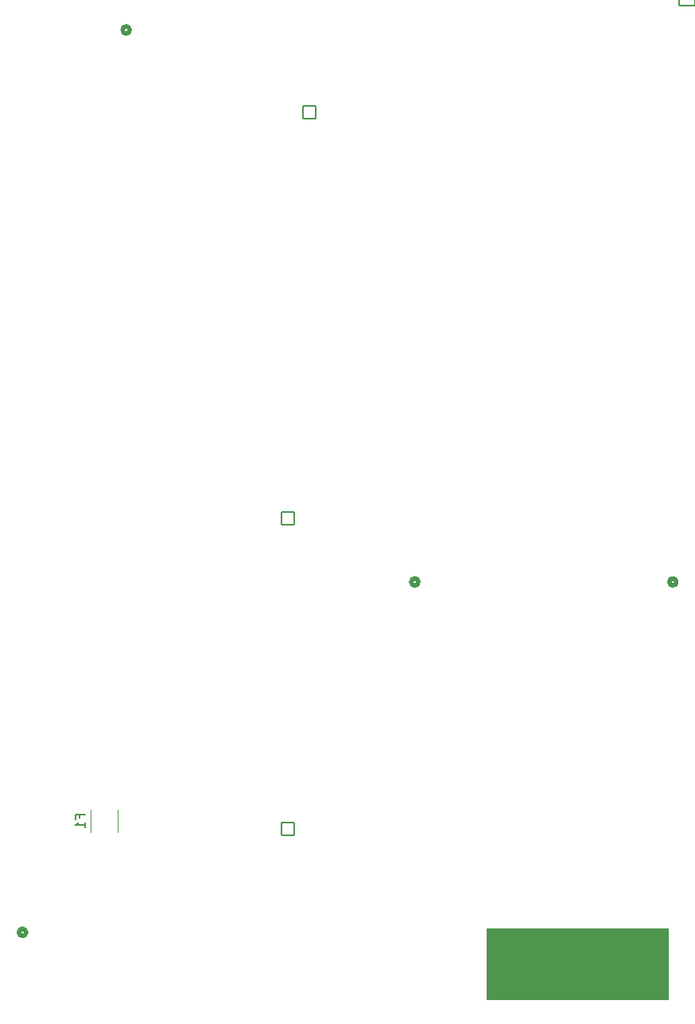
<source format=gbo>
%TF.GenerationSoftware,KiCad,Pcbnew,8.0.4*%
%TF.CreationDate,2025-01-12T00:12:45-05:00*%
%TF.ProjectId,X17_Backplane,5831375f-4261-4636-9b70-6c616e652e6b,rev?*%
%TF.SameCoordinates,Original*%
%TF.FileFunction,Legend,Bot*%
%TF.FilePolarity,Positive*%
%FSLAX46Y46*%
G04 Gerber Fmt 4.6, Leading zero omitted, Abs format (unit mm)*
G04 Created by KiCad (PCBNEW 8.0.4) date 2025-01-12 00:12:45*
%MOMM*%
%LPD*%
G01*
G04 APERTURE LIST*
G04 Aperture macros list*
%AMRoundRect*
0 Rectangle with rounded corners*
0 $1 Rounding radius*
0 $2 $3 $4 $5 $6 $7 $8 $9 X,Y pos of 4 corners*
0 Add a 4 corners polygon primitive as box body*
4,1,4,$2,$3,$4,$5,$6,$7,$8,$9,$2,$3,0*
0 Add four circle primitives for the rounded corners*
1,1,$1+$1,$2,$3*
1,1,$1+$1,$4,$5*
1,1,$1+$1,$6,$7*
1,1,$1+$1,$8,$9*
0 Add four rect primitives between the rounded corners*
20,1,$1+$1,$2,$3,$4,$5,0*
20,1,$1+$1,$4,$5,$6,$7,0*
20,1,$1+$1,$6,$7,$8,$9,0*
20,1,$1+$1,$8,$9,$2,$3,0*%
G04 Aperture macros list end*
%ADD10C,0.100000*%
%ADD11C,0.150000*%
%ADD12C,0.508000*%
%ADD13C,0.120000*%
%ADD14R,1.700000X1.700000*%
%ADD15O,1.700000X1.700000*%
%ADD16C,3.200000*%
%ADD17RoundRect,0.102000X-0.765000X0.765000X-0.765000X-0.765000X0.765000X-0.765000X0.765000X0.765000X0*%
%ADD18C,1.734000*%
%ADD19C,2.032000*%
%ADD20C,1.020000*%
%ADD21R,1.520000X1.520000*%
%ADD22C,1.520000*%
%ADD23RoundRect,0.102000X0.825000X0.825000X-0.825000X0.825000X-0.825000X-0.825000X0.825000X-0.825000X0*%
%ADD24C,1.854000*%
%ADD25C,1.270000*%
%ADD26C,1.594000*%
%ADD27RoundRect,0.102000X-0.695000X0.695000X-0.695000X-0.695000X0.695000X-0.695000X0.695000X0.695000X0*%
%ADD28RoundRect,0.102000X0.695000X-0.695000X0.695000X0.695000X-0.695000X0.695000X-0.695000X-0.695000X0*%
%ADD29C,3.810000*%
%ADD30R,3.150000X1.960000*%
G04 APERTURE END LIST*
D10*
X150075000Y-143100000D02*
X169325000Y-143100000D01*
X169325000Y-150600000D01*
X150075000Y-150600000D01*
X150075000Y-143100000D01*
G36*
X150075000Y-143100000D02*
G01*
X169325000Y-143100000D01*
X169325000Y-150600000D01*
X150075000Y-150600000D01*
X150075000Y-143100000D01*
G37*
D11*
X106731009Y-131311666D02*
X106731009Y-130978333D01*
X107254819Y-130978333D02*
X106254819Y-130978333D01*
X106254819Y-130978333D02*
X106254819Y-131454523D01*
X107254819Y-132359285D02*
X107254819Y-131787857D01*
X107254819Y-132073571D02*
X106254819Y-132073571D01*
X106254819Y-132073571D02*
X106397676Y-131978333D01*
X106397676Y-131978333D02*
X106492914Y-131883095D01*
X106492914Y-131883095D02*
X106540533Y-131787857D01*
D12*
%TO.C,U4*%
X112049000Y-47550000D02*
G75*
G02*
X111287000Y-47550000I-381000J0D01*
G01*
X111287000Y-47550000D02*
G75*
G02*
X112049000Y-47550000I381000J0D01*
G01*
%TO.C,U1*%
X101012400Y-143500000D02*
G75*
G02*
X100250400Y-143500000I-381000J0D01*
G01*
X100250400Y-143500000D02*
G75*
G02*
X101012400Y-143500000I381000J0D01*
G01*
%TO.C,J19*%
X142781000Y-106243601D02*
G75*
G02*
X142019000Y-106243601I-381000J0D01*
G01*
X142019000Y-106243601D02*
G75*
G02*
X142781000Y-106243601I381000J0D01*
G01*
X170251901Y-106243601D02*
G75*
G02*
X169489901Y-106243601I-381000J0D01*
G01*
X169489901Y-106243601D02*
G75*
G02*
X170251901Y-106243601I381000J0D01*
G01*
D13*
%TO.C,F1*%
X107845000Y-132860000D02*
X107845000Y-130430000D01*
X110755000Y-132860000D02*
X110755000Y-130430000D01*
%TD*%
%LPC*%
D14*
%TO.C,J11*%
X147200000Y-145575000D03*
D15*
X147200000Y-143035000D03*
%TD*%
D16*
%TO.C,J14*%
X101000000Y-56080000D03*
X101000000Y-133840000D03*
D17*
X95000000Y-103670000D03*
D18*
X95000000Y-101130000D03*
X95000000Y-98590000D03*
X95000000Y-96050000D03*
X95000000Y-93510000D03*
X95000000Y-90970000D03*
X95000000Y-88430000D03*
X95000000Y-85890000D03*
X97540000Y-103670000D03*
X97540000Y-101130000D03*
X97540000Y-98590000D03*
X97540000Y-96050000D03*
X97540000Y-93510000D03*
X97540000Y-90970000D03*
X97540000Y-88430000D03*
X97540000Y-85890000D03*
X100080000Y-103670000D03*
X100080000Y-101130000D03*
X100080000Y-98590000D03*
X100080000Y-96050000D03*
X100080000Y-93510000D03*
X100080000Y-90970000D03*
X100080000Y-88430000D03*
X100080000Y-85890000D03*
X106000000Y-125340000D03*
X103500000Y-125340000D03*
X101000000Y-125340000D03*
X98500000Y-125340000D03*
X96000000Y-125340000D03*
X106000000Y-128340000D03*
X103500000Y-128340000D03*
X101000000Y-128340000D03*
X98500000Y-128340000D03*
X96000000Y-128340000D03*
X106000000Y-119840000D03*
X103500000Y-119840000D03*
X101000000Y-119840000D03*
X98500000Y-119840000D03*
X96000000Y-119840000D03*
X106000000Y-122840000D03*
X103500000Y-122840000D03*
X101000000Y-122840000D03*
X98500000Y-122840000D03*
X96000000Y-122840000D03*
X106000000Y-114340000D03*
X103500000Y-114340000D03*
X101000000Y-114340000D03*
X98500000Y-114340000D03*
X96000000Y-114340000D03*
X106000000Y-117340000D03*
X103500000Y-117340000D03*
X101000000Y-117340000D03*
X98500000Y-117340000D03*
X96000000Y-117340000D03*
X106000000Y-108840000D03*
X103500000Y-108840000D03*
X101000000Y-108840000D03*
X98500000Y-108840000D03*
X96000000Y-108840000D03*
X106000000Y-111840000D03*
X103500000Y-111840000D03*
X101000000Y-111840000D03*
X98500000Y-111840000D03*
X96000000Y-111840000D03*
X106000000Y-78080000D03*
X103500000Y-78080000D03*
X101000000Y-78080000D03*
X98500000Y-78080000D03*
X96000000Y-78080000D03*
X106000000Y-81080000D03*
X103500000Y-81080000D03*
X101000000Y-81080000D03*
X98500000Y-81080000D03*
X96000000Y-81080000D03*
X106000000Y-72580000D03*
X103500000Y-72580000D03*
X101000000Y-72580000D03*
X98500000Y-72580000D03*
X96000000Y-72580000D03*
X106000000Y-75580000D03*
X103500000Y-75580000D03*
X101000000Y-75580000D03*
X98500000Y-75580000D03*
X96000000Y-75580000D03*
X106000000Y-67080000D03*
X103500000Y-67080000D03*
X101000000Y-67080000D03*
X98500000Y-67080000D03*
X96000000Y-67080000D03*
X106000000Y-70080000D03*
X103500000Y-70080000D03*
X101000000Y-70080000D03*
X98500000Y-70080000D03*
X96000000Y-70080000D03*
X106000000Y-61580000D03*
X103500000Y-61580000D03*
X101000000Y-61580000D03*
X98500000Y-61580000D03*
X96000000Y-61580000D03*
X106000000Y-64580000D03*
X103500000Y-64580000D03*
X101000000Y-64580000D03*
X98500000Y-64580000D03*
X96000000Y-64580000D03*
%TD*%
D19*
%TO.C,U4*%
X114970000Y-47550000D03*
X120050000Y-47550000D03*
X125130000Y-47550000D03*
%TD*%
D20*
%TO.C,J8*%
X124699979Y-121340000D03*
X112700003Y-121340000D03*
D21*
X115700002Y-117400000D03*
D22*
X118700001Y-117400000D03*
X121700000Y-117400000D03*
X115700002Y-120399999D03*
X118700001Y-120399999D03*
X121700000Y-120399999D03*
%TD*%
D14*
%TO.C,J6*%
X156625000Y-132000000D03*
D15*
X159165000Y-132000000D03*
%TD*%
D14*
%TO.C,J5*%
X108450000Y-47100000D03*
%TD*%
D20*
%TO.C,J18*%
X155475000Y-141760341D03*
X155475000Y-135760353D03*
D21*
X159415000Y-138760352D03*
D22*
X156415001Y-138760352D03*
%TD*%
D23*
%TO.C,U3*%
X171400000Y-44100000D03*
D24*
X168900000Y-44100000D03*
X166400000Y-44100000D03*
X163900000Y-44100000D03*
X161400000Y-44100000D03*
X158900000Y-44100000D03*
X156400000Y-44100000D03*
X153900000Y-44100000D03*
%TD*%
D14*
%TO.C,J4*%
X132435000Y-43175001D03*
D15*
X134975000Y-43175001D03*
X137515000Y-43175001D03*
X140055000Y-43175001D03*
X142595000Y-43175001D03*
X145135000Y-43175001D03*
X147675000Y-43175001D03*
%TD*%
D19*
%TO.C,U1*%
X103933400Y-143500000D03*
X109013400Y-143500000D03*
X114093400Y-143500000D03*
X119173400Y-143500000D03*
X124253400Y-143500000D03*
X129333400Y-143500000D03*
%TD*%
D25*
%TO.C,J19*%
X142400000Y-109000001D03*
X140399999Y-109000001D03*
X142400000Y-111000000D03*
X140399999Y-111000000D03*
X142400000Y-113000001D03*
X140399999Y-113000001D03*
X142400000Y-115000002D03*
X140399999Y-115000002D03*
X142400000Y-117000000D03*
X140399999Y-117000000D03*
X169870901Y-109000001D03*
X167870900Y-109000001D03*
X169870901Y-111000000D03*
X167870900Y-111000000D03*
X169870901Y-113000001D03*
X167870900Y-113000001D03*
X169870901Y-115000002D03*
X167870900Y-115000002D03*
X169870901Y-117000000D03*
X167870900Y-117000000D03*
%TD*%
D26*
%TO.C,J3*%
X179425000Y-89320000D03*
X176885000Y-89320000D03*
X179425000Y-91860000D03*
X176885000Y-91860000D03*
X179425000Y-94400000D03*
X176885000Y-94400000D03*
X179425000Y-96940000D03*
X176885000Y-96940000D03*
X179425000Y-99480000D03*
D27*
X176885000Y-99480000D03*
D26*
X179450000Y-129980000D03*
X179450000Y-132520000D03*
D27*
X176910000Y-132520000D03*
D28*
X179200000Y-56320000D03*
D26*
X176660000Y-56320000D03*
X179200000Y-58860000D03*
X176660000Y-58860000D03*
X179200000Y-61400000D03*
X176660000Y-61400000D03*
X179200000Y-63940000D03*
X176660000Y-63940000D03*
X179200000Y-66480000D03*
X176660000Y-66480000D03*
X176910000Y-129980000D03*
X179450000Y-127440000D03*
X176910000Y-127440000D03*
X179450000Y-124900000D03*
X176910000Y-124900000D03*
X179450000Y-122360000D03*
X176910000Y-122360000D03*
%TD*%
%TO.C,J2*%
X131425000Y-89320000D03*
X128885000Y-89320000D03*
X131425000Y-91860000D03*
X128885000Y-91860000D03*
X131425000Y-94400000D03*
X128885000Y-94400000D03*
X131425000Y-96940000D03*
X128885000Y-96940000D03*
X131425000Y-99480000D03*
D27*
X128885000Y-99480000D03*
D26*
X131450000Y-129980000D03*
X131450000Y-132520000D03*
D27*
X128910000Y-132520000D03*
D28*
X131200000Y-56320000D03*
D26*
X128660000Y-56320000D03*
X131200000Y-58860000D03*
X128660000Y-58860000D03*
X131200000Y-61400000D03*
X128660000Y-61400000D03*
X131200000Y-63940000D03*
X128660000Y-63940000D03*
X131200000Y-66480000D03*
X128660000Y-66480000D03*
X128910000Y-129980000D03*
X131450000Y-127440000D03*
X128910000Y-127440000D03*
X131450000Y-124900000D03*
X128910000Y-124900000D03*
X131450000Y-122360000D03*
X128910000Y-122360000D03*
%TD*%
D20*
%TO.C,J1*%
X141199989Y-146440000D03*
X135200001Y-146440000D03*
D21*
X138200000Y-142500000D03*
D22*
X138200000Y-145499999D03*
%TD*%
D14*
%TO.C,J10*%
X179000000Y-110000000D03*
%TD*%
D29*
%TO.C,H1*%
X97000000Y-146800000D03*
%TD*%
D30*
%TO.C,F1*%
X109300000Y-129190000D03*
X109300000Y-134100000D03*
%TD*%
D29*
%TO.C,H1*%
X96900000Y-45100000D03*
%TD*%
%TO.C,H1*%
X177700000Y-146800000D03*
%TD*%
%TO.C,H1*%
X177700000Y-45200000D03*
%TD*%
%LPD*%
M02*

</source>
